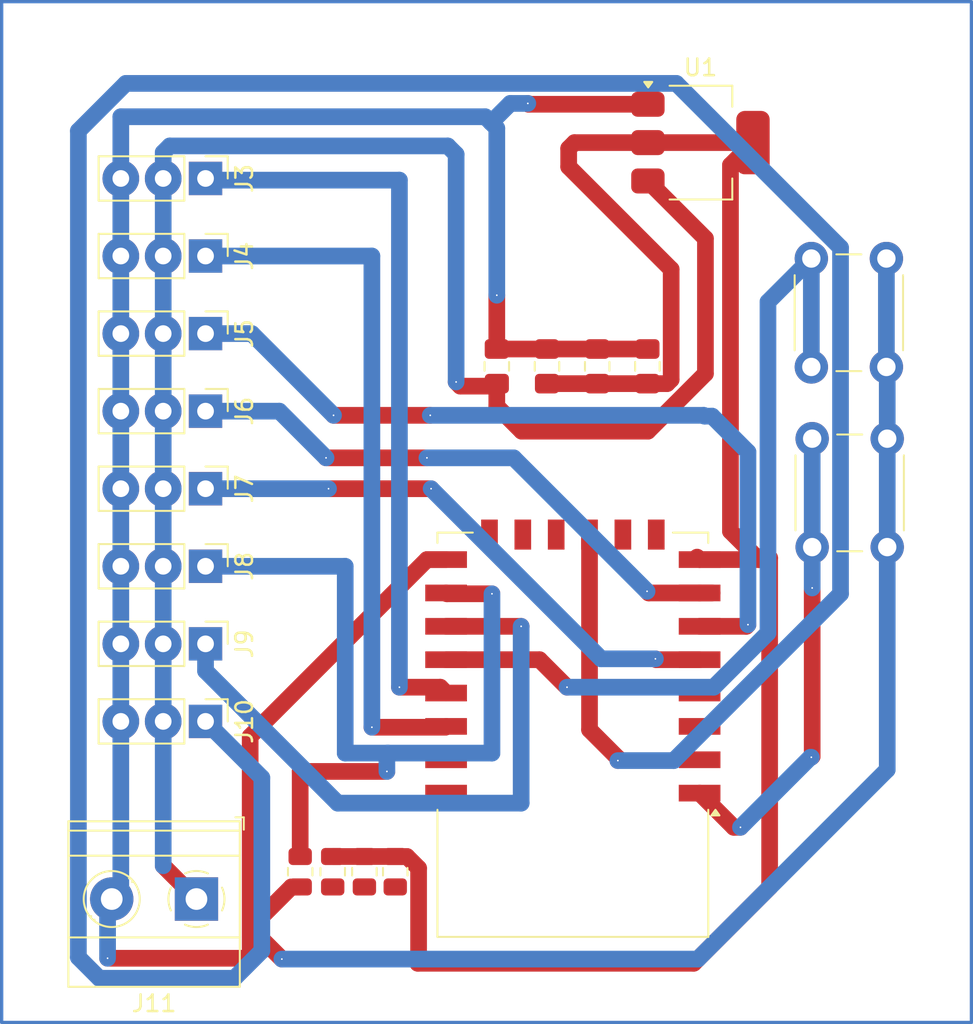
<source format=kicad_pcb>
(kicad_pcb (version 20240108) (generator "pcbnew") (generator_version "8.0")
  (layers (0 "F.Cu" signal) (31 "B.Cu" signal) (34 "B.Paste" user) (35 "F.Paste" user) (36 "B.SilkS" user "B.Silkscreen") (37 "F.SilkS" user "F.Silkscreen") (38 "B.Mask" user) (39 "F.Mask" user) (44 "Edge.Cuts" user))
  (net 0 "")
  (net 1 "+5V")
  (net 2 "GND")
  (net 3 "+3V3")
  (net 4 "EN")
  (net 5 "RXD")
  (net 6 "TXD")
  (net 7 "GPIO4")
  (net 8 "GPIO5")
  (net 9 "GPIO12")
  (net 10 "GPIO13")
  (net 11 "GPIO14")
  (net 12 "GPIO15")
  (net 13 "GPIO2")
  (net 14 "GPIO8")
  (net 18 "nRST")
  (net 19 "GPIO0")
  (net 21 "ADC")
  (net 23 "GPIO16")
  (footprint "Resistor_SMD:R_0805_2012Metric" (layer "F.Cu") (at 83.1 104.8625 -90)
    (property "Reference" "R4" (hide yes))
    (property "Value" "10k" (hide yes))
    (fp_line (start -0.227064 0.735) (end 0.227064 0.735) (stroke (width 0.12)) (layer "F.SilkS"))
    (fp_line (start -0.227064 -0.735) (end 0.227064 -0.735) (stroke (width 0.12)) (layer "F.SilkS"))
    (pad "1" smd roundrect (at -0.9125 0 270) (size 1.025 1.4) (layers "F.Cu" "F.Paste" "F.Mask") (roundrect_rratio 0.243902) (net 12 "GPIO15"))
    (pad "2" smd roundrect (at 0.9125 0 270) (size 1.025 1.4) (layers "F.Cu" "F.Paste" "F.Mask") (roundrect_rratio 0.243902) (net 2 "GND"))
  )
  (footprint "Package_TO_SOT_SMD:SOT-223-3_TabPin2" (layer "F.Cu") (at 107.1 61.15)
    (property "Reference" "U1" (at 0 -4.5 0) (layer "F.SilkS"))
    (property "Value" "AMS1117-3.3" (hide yes))
    (fp_line (start -1.85 -3.41) (end 1.91 -3.41) (stroke (width 0.12)) (layer "F.SilkS"))
    (fp_line (start -1.85 3.41) (end 1.91 3.41) (stroke (width 0.12)) (layer "F.SilkS"))
    (fp_line (start 1.91 -3.41) (end 1.91 -2.15) (stroke (width 0.12)) (layer "F.SilkS"))
    (fp_line (start 1.91 3.41) (end 1.91 2.15) (stroke (width 0.12)) (layer "F.SilkS"))
    (fp_poly (pts (xy -3.13 -3.31) (xy -3.37 -3.64) (xy -2.89 -3.64) (xy -3.13 -3.31)) (stroke (width 0.12)) (fill solid) (layer "F.SilkS"))
    (pad "1" smd roundrect (at -3.15 -2.3) (size 2 1.5) (layers "F.Cu" "F.Paste" "F.Mask") (net 2 "GND"))
    (pad "2" smd roundrect (at -3.15 0) (size 2 1.5) (layers "F.Cu" "F.Paste" "F.Mask") (net 3 "+3V3"))
    (pad "2" smd roundrect (at 3.15 0) (size 2 3.8) (layers "F.Cu" "F.Paste" "F.Mask") (net 3 "+3V3"))
    (pad "3" smd roundrect (at -3.15 2.3) (size 2 1.5) (layers "F.Cu" "F.Paste" "F.Mask") (net 1 "+5V"))
  )
  (footprint "Connector_PinHeader_2.54mm:PinHeader_1x03_P2.54mm_Vertical" (layer "F.Cu") (at 77.425 86.55 -90)
    (property "Reference" "J8" (at 0 -2.33 90) (layer "F.SilkS"))
    (property "Value" "Conn_01x03_Socket" (hide yes))
    (fp_line (start -1.33 6.41) (end 1.33 6.41) (stroke (width 0.12)) (layer "F.SilkS"))
    (fp_line (start -1.33 1.27) (end -1.33 6.41) (stroke (width 0.12)) (layer "F.SilkS"))
    (fp_line (start -1.33 1.27) (end 1.33 1.27) (stroke (width 0.12)) (layer "F.SilkS"))
    (fp_line (start 1.33 1.27) (end 1.33 6.41) (stroke (width 0.12)) (layer "F.SilkS"))
    (fp_line (start -1.33 0) (end -1.33 -1.33) (stroke (width 0.12)) (layer "F.SilkS"))
    (fp_line (start -1.33 -1.33) (end 0 -1.33) (stroke (width 0.12)) (layer "F.SilkS"))
    (pad "1" thru_hole rect (at 0 0 270) (size 2 2) (drill 1) (layers "*.Cu" "*.Mask") (net 12 "GPIO15"))
    (pad "2" thru_hole oval (at 0 2.54 270) (size 2.2 2.2) (drill 1) (layers "*.Cu" "*.Mask") (net 1 "+5V"))
    (pad "3" thru_hole oval (at 0 5.08 270) (size 2.2 2.2) (drill 1) (layers "*.Cu" "*.Mask") (net 2 "GND"))
  )
  (footprint "Button_Switch_THT:SW_PUSH_6mm_H5mm" (layer "F.Cu") (at 113.8 85.4 90)
    (property "Reference" "SW1" (hide yes))
    (property "Value" "SW_SPST")
    (fp_line (start 5.5 -1) (end 1 -1) (stroke (width 0.12)) (layer "F.SilkS"))
    (fp_line (start -0.25 1.5) (end -0.25 3) (stroke (width 0.12)) (layer "F.SilkS"))
    (fp_line (start 6.75 3) (end 6.75 1.5) (stroke (width 0.12)) (layer "F.SilkS"))
    (fp_line (start 1 5.5) (end 5.5 5.5) (stroke (width 0.12)) (layer "F.SilkS"))
    (pad "1" thru_hole circle (at 0 0 180) (size 2 2) (drill 1.1) (layers "*.Cu" "*.Mask") (net 18 "nRST"))
    (pad "1" thru_hole circle (at 6.5 0 180) (size 2 2) (drill 1.1) (layers "*.Cu" "*.Mask") (net 18 "nRST"))
    (pad "2" thru_hole circle (at 0 4.5 180) (size 2 2) (drill 1.1) (layers "*.Cu" "*.Mask") (net 2 "GND"))
    (pad "2" thru_hole circle (at 6.5 4.5 180) (size 2 2) (drill 1.1) (layers "*.Cu" "*.Mask") (net 2 "GND"))
  )
  (footprint "Capacitor_SMD:C_0805_2012Metric_Pad1.18x1.45mm_HandSolder" (layer "F.Cu") (at 94.89 74.5625 90)
    (property "Reference" "C1" (hide yes))
    (property "Value" "10uF" (hide yes))
    (fp_line (start -0.261252 -0.735) (end 0.261252 -0.735) (stroke (width 0.12)) (layer "F.SilkS"))
    (fp_line (start -0.261252 0.735) (end 0.261252 0.735) (stroke (width 0.12)) (layer "F.SilkS"))
    (pad "1" smd roundrect (at -1.0375 0 90) (size 1.175 1.45) (layers "F.Cu" "F.Paste" "F.Mask") (roundrect_rratio 0.212766) (net 1 "+5V"))
    (pad "2" smd roundrect (at 1.0375 0 90) (size 1.175 1.45) (layers "F.Cu" "F.Paste" "F.Mask") (roundrect_rratio 0.212766) (net 2 "GND"))
  )
  (footprint "Capacitor_SMD:C_0805_2012Metric_Pad1.18x1.45mm_HandSolder" (layer "F.Cu") (at 100.91 74.5625 90)
    (property "Reference" "C4" (hide yes))
    (property "Value" "100nF" (hide yes))
    (fp_line (start -0.261252 -0.735) (end 0.261252 -0.735) (stroke (width 0.12)) (layer "F.SilkS"))
    (fp_line (start -0.261252 0.735) (end 0.261252 0.735) (stroke (width 0.12)) (layer "F.SilkS"))
    (pad "1" smd roundrect (at -1.0375 0 90) (size 1.175 1.45) (layers "F.Cu" "F.Paste" "F.Mask") (roundrect_rratio 0.212766) (net 3 "+3V3"))
    (pad "2" smd roundrect (at 1.0375 0 90) (size 1.175 1.45) (layers "F.Cu" "F.Paste" "F.Mask") (roundrect_rratio 0.212766) (net 2 "GND"))
  )
  (footprint "Connector_PinHeader_2.54mm:PinHeader_1x03_P2.54mm_Vertical" (layer "F.Cu") (at 77.425 72.6 -90)
    (property "Reference" "J5" (at 0 -2.33 90) (layer "F.SilkS"))
    (property "Value" "Conn_01x03_Socket" (hide yes))
    (fp_line (start -1.33 6.41) (end 1.33 6.41) (stroke (width 0.12)) (layer "F.SilkS"))
    (fp_line (start -1.33 1.27) (end -1.33 6.41) (stroke (width 0.12)) (layer "F.SilkS"))
    (fp_line (start -1.33 1.27) (end 1.33 1.27) (stroke (width 0.12)) (layer "F.SilkS"))
    (fp_line (start 1.33 1.27) (end 1.33 6.41) (stroke (width 0.12)) (layer "F.SilkS"))
    (fp_line (start -1.33 0) (end -1.33 -1.33) (stroke (width 0.12)) (layer "F.SilkS"))
    (fp_line (start -1.33 -1.33) (end 0 -1.33) (stroke (width 0.12)) (layer "F.SilkS"))
    (pad "1" thru_hole rect (at 0 0 270) (size 2 2) (drill 1) (layers "*.Cu" "*.Mask") (net 9 "GPIO12"))
    (pad "2" thru_hole oval (at 0 2.54 270) (size 2.2 2.2) (drill 1) (layers "*.Cu" "*.Mask") (net 1 "+5V"))
    (pad "3" thru_hole oval (at 0 5.08 270) (size 2.2 2.2) (drill 1) (layers "*.Cu" "*.Mask") (net 2 "GND"))
  )
  (footprint "Connector_PinHeader_2.54mm:PinHeader_1x03_P2.54mm_Vertical" (layer "F.Cu") (at 77.425 63.3 -90)
    (property "Reference" "J3" (at 0 -2.33 90) (layer "F.SilkS"))
    (property "Value" "Conn_01x03_Socket" (hide yes))
    (fp_line (start -1.33 6.41) (end 1.33 6.41) (stroke (width 0.12)) (layer "F.SilkS"))
    (fp_line (start -1.33 1.27) (end -1.33 6.41) (stroke (width 0.12)) (layer "F.SilkS"))
    (fp_line (start -1.33 1.27) (end 1.33 1.27) (stroke (width 0.12)) (layer "F.SilkS"))
    (fp_line (start 1.33 1.27) (end 1.33 6.41) (stroke (width 0.12)) (layer "F.SilkS"))
    (fp_line (start -1.33 0) (end -1.33 -1.33) (stroke (width 0.12)) (layer "F.SilkS"))
    (fp_line (start -1.33 -1.33) (end 0 -1.33) (stroke (width 0.12)) (layer "F.SilkS"))
    (pad "1" thru_hole rect (at 0 0 270) (size 2 2) (drill 1) (layers "*.Cu" "*.Mask") (net 7 "GPIO4"))
    (pad "2" thru_hole oval (at 0 2.54 270) (size 2.2 2.2) (drill 1) (layers "*.Cu" "*.Mask") (net 1 "+5V"))
    (pad "3" thru_hole oval (at 0 5.08 270) (size 2.2 2.2) (drill 1) (layers "*.Cu" "*.Mask") (net 2 "GND"))
  )
  (footprint "Connector_PinHeader_2.54mm:PinHeader_1x03_P2.54mm_Vertical" (layer "F.Cu") (at 77.425 77.25 -90)
    (property "Reference" "J6" (at 0 -2.33 90) (layer "F.SilkS"))
    (property "Value" "Conn_01x03_Socket" (hide yes))
    (fp_line (start -1.33 6.41) (end 1.33 6.41) (stroke (width 0.12)) (layer "F.SilkS"))
    (fp_line (start -1.33 1.27) (end -1.33 6.41) (stroke (width 0.12)) (layer "F.SilkS"))
    (fp_line (start -1.33 1.27) (end 1.33 1.27) (stroke (width 0.12)) (layer "F.SilkS"))
    (fp_line (start 1.33 1.27) (end 1.33 6.41) (stroke (width 0.12)) (layer "F.SilkS"))
    (fp_line (start -1.33 0) (end -1.33 -1.33) (stroke (width 0.12)) (layer "F.SilkS"))
    (fp_line (start -1.33 -1.33) (end 0 -1.33) (stroke (width 0.12)) (layer "F.SilkS"))
    (pad "1" thru_hole rect (at 0 0 270) (size 2 2) (drill 1) (layers "*.Cu" "*.Mask") (net 10 "GPIO13"))
    (pad "2" thru_hole oval (at 0 2.54 270) (size 2.2 2.2) (drill 1) (layers "*.Cu" "*.Mask") (net 1 "+5V"))
    (pad "3" thru_hole oval (at 0 5.08 270) (size 2.2 2.2) (drill 1) (layers "*.Cu" "*.Mask") (net 2 "GND"))
  )
  (footprint "TerminalBlock_Phoenix:TerminalBlock_Phoenix_MKDS-1,5-2-5.08_1x02_P5.08mm_Horizontal" (layer "F.Cu") (at 76.88 106.5 180)
    (property "Reference" "J11" (at 2.54 -6.26 360) (layer "F.SilkS"))
    (property "Value" "Conn_01x02_Pin")
    (fp_line (start 7.68 -5.261) (end 7.68 4.66) (stroke (width 0.12)) (layer "F.SilkS"))
    (fp_line (start 6.355 -1.069) (end 6.308 -1.023) (stroke (width 0.12)) (layer "F.SilkS"))
    (fp_line (start 6.15 -1.275) (end 6.115 -1.239) (stroke (width 0.12)) (layer "F.SilkS"))
    (fp_line (start 4.046 1.239) (end 4.011 1.274) (stroke (width 0.12)) (layer "F.SilkS"))
    (fp_line (start 3.853 1.023) (end 3.806 1.069) (stroke (width 0.12)) (layer "F.SilkS"))
    (fp_line (start -2.6 4.66) (end 7.68 4.66) (stroke (width 0.12)) (layer "F.SilkS"))
    (fp_line (start -2.6 4.1) (end 7.68 4.1) (stroke (width 0.12)) (layer "F.SilkS"))
    (fp_line (start -2.6 2.6) (end 7.68 2.6) (stroke (width 0.12)) (layer "F.SilkS"))
    (fp_line (start -2.6 -2.301) (end 7.68 -2.301) (stroke (width 0.12)) (layer "F.SilkS"))
    (fp_line (start -2.6 -5.261) (end 7.68 -5.261) (stroke (width 0.12)) (layer "F.SilkS"))
    (fp_line (start -2.6 -5.261) (end -2.6 4.66) (stroke (width 0.12)) (layer "F.SilkS"))
    (fp_line (start -2.84 4.9) (end -2.34 4.9) (stroke (width 0.12)) (layer "F.SilkS"))
    (fp_line (start -2.84 4.16) (end -2.84 4.9) (stroke (width 0.12)) (layer "F.SilkS"))
    (fp_arc (start 1.535427 -0.683042) (mid 1.680501 0.000524) (end 1.535 0.684) (stroke (width 0.12)) (layer "F.SilkS"))
    (fp_arc (start 0.683318 1.534756) (mid 0.349292 1.643288) (end 0 1.68) (stroke (width 0.12)) (layer "F.SilkS"))
    (fp_arc (start 0.028805 1.680253) (mid -0.335551 1.646659) (end -0.684 1.535) (stroke (width 0.12)) (layer "F.SilkS"))
    (fp_arc (start -0.683042 -1.535427) (mid 0.000524 -1.680501) (end 0.684 -1.535) (stroke (width 0.12)) (layer "F.SilkS"))
    (fp_arc (start -1.535427 0.683042) (mid -1.680501 -0.000524) (end -1.535 -0.684) (stroke (width 0.12)) (layer "F.SilkS"))
    (fp_circle (center 5.08 0) (end 6.76 0) (stroke (width 0.12)) (fill none) (layer "F.SilkS"))
    (pad "1" thru_hole rect (at 0 0 180) (size 2.6 2.6) (drill 1.3) (layers "*.Cu" "*.Mask") (net 1 "+5V"))
    (pad "2" thru_hole circle (at 5.08 0 180) (size 2.6 2.6) (drill 1.3) (layers "*.Cu" "*.Mask") (net 2 "GND"))
  )
  (footprint "Button_Switch_THT:SW_PUSH_6mm_H5mm" (layer "F.Cu") (at 113.75 74.6 90)
    (property "Reference" "SW2" (hide yes))
    (property "Value" "SW_SPST")
    (fp_line (start 5.5 -1) (end 1 -1) (stroke (width 0.12)) (layer "F.SilkS"))
    (fp_line (start -0.25 1.5) (end -0.25 3) (stroke (width 0.12)) (layer "F.SilkS"))
    (fp_line (start 6.75 3) (end 6.75 1.5) (stroke (width 0.12)) (layer "F.SilkS"))
    (fp_line (start 1 5.5) (end 5.5 5.5) (stroke (width 0.12)) (layer "F.SilkS"))
    (pad "1" thru_hole circle (at 0 0 180) (size 2 2) (drill 1.1) (layers "*.Cu" "*.Mask") (net 19 "GPIO0"))
    (pad "1" thru_hole circle (at 6.5 0 180) (size 2 2) (drill 1.1) (layers "*.Cu" "*.Mask") (net 19 "GPIO0"))
    (pad "2" thru_hole circle (at 0 4.5 180) (size 2 2) (drill 1.1) (layers "*.Cu" "*.Mask") (net 2 "GND"))
    (pad "2" thru_hole circle (at 6.5 4.5 180) (size 2 2) (drill 1.1) (layers "*.Cu" "*.Mask") (net 2 "GND"))
  )
  (footprint "Resistor_SMD:R_0805_2012Metric" (layer "F.Cu") (at 85.05 104.8625 -90)
    (property "Reference" "R3" (hide yes))
    (property "Value" "470" (hide yes))
    (fp_line (start -0.227064 0.735) (end 0.227064 0.735) (stroke (width 0.12)) (layer "F.SilkS"))
    (fp_line (start -0.227064 -0.735) (end 0.227064 -0.735) (stroke (width 0.12)) (layer "F.SilkS"))
    (pad "1" smd roundrect (at -0.9125 0 270) (size 1.025 1.4) (layers "F.Cu" "F.Paste" "F.Mask") (roundrect_rratio 0.243902) (net 3 "+3V3"))
    (pad "2" smd roundrect (at 0.9125 0 270) (size 1.025 1.4) (layers "F.Cu" "F.Paste" "F.Mask") (roundrect_rratio 0.243902))
  )
  (footprint "Connector_PinHeader_2.54mm:PinHeader_1x03_P2.54mm_Vertical" (layer "F.Cu") (at 77.425 91.2 -90)
    (property "Reference" "J9" (at 0 -2.33 90) (layer "F.SilkS"))
    (property "Value" "Conn_01x03_Socket" (hide yes))
    (fp_line (start -1.33 6.41) (end 1.33 6.41) (stroke (width 0.12)) (layer "F.SilkS"))
    (fp_line (start -1.33 1.27) (end -1.33 6.41) (stroke (width 0.12)) (layer "F.SilkS"))
    (fp_line (start -1.33 1.27) (end 1.33 1.27) (stroke (width 0.12)) (layer "F.SilkS"))
    (fp_line (start 1.33 1.27) (end 1.33 6.41) (stroke (width 0.12)) (layer "F.SilkS"))
    (fp_line (start -1.33 0) (end -1.33 -1.33) (stroke (width 0.12)) (layer "F.SilkS"))
    (fp_line (start -1.33 -1.33) (end 0 -1.33) (stroke (width 0.12)) (layer "F.SilkS"))
    (pad "1" thru_hole rect (at 0 0 270) (size 2 2) (drill 1) (layers "*.Cu" "*.Mask") (net 13 "GPIO2"))
    (pad "2" thru_hole oval (at 0 2.54 270) (size 2.2 2.2) (drill 1) (layers "*.Cu" "*.Mask") (net 1 "+5V"))
    (pad "3" thru_hole oval (at 0 5.08 270) (size 2.2 2.2) (drill 1) (layers "*.Cu" "*.Mask") (net 2 "GND"))
  )
  (footprint "Connector_PinHeader_2.54mm:PinHeader_1x03_P2.54mm_Vertical" (layer "F.Cu") (at 77.425 95.85 -90)
    (property "Reference" "J10" (at 0 -2.33 90) (layer "F.SilkS"))
    (property "Value" "Conn_01x03_Socket" (hide yes))
    (fp_line (start -1.33 6.41) (end 1.33 6.41) (stroke (width 0.12)) (layer "F.SilkS"))
    (fp_line (start -1.33 1.27) (end -1.33 6.41) (stroke (width 0.12)) (layer "F.SilkS"))
    (fp_line (start -1.33 1.27) (end 1.33 1.27) (stroke (width 0.12)) (layer "F.SilkS"))
    (fp_line (start 1.33 1.27) (end 1.33 6.41) (stroke (width 0.12)) (layer "F.SilkS"))
    (fp_line (start -1.33 0) (end -1.33 -1.33) (stroke (width 0.12)) (layer "F.SilkS"))
    (fp_line (start -1.33 -1.33) (end 0 -1.33) (stroke (width 0.12)) (layer "F.SilkS"))
    (pad "1" thru_hole rect (at 0 0 270) (size 2 2) (drill 1) (layers "*.Cu" "*.Mask") (net 14 "GPIO8"))
    (pad "2" thru_hole oval (at 0 2.54 270) (size 2.2 2.2) (drill 1) (layers "*.Cu" "*.Mask") (net 1 "+5V"))
    (pad "3" thru_hole oval (at 0 5.08 270) (size 2.2 2.2) (drill 1) (layers "*.Cu" "*.Mask") (net 2 "GND"))
  )
  (footprint "Capacitor_SMD:C_0805_2012Metric_Pad1.18x1.45mm_HandSolder" (layer "F.Cu") (at 97.9 74.5625 90)
    (property "Reference" "C3" (hide yes))
    (property "Value" "4.7uF" (hide yes))
    (fp_line (start -0.261252 -0.735) (end 0.261252 -0.735) (stroke (width 0.12)) (layer "F.SilkS"))
    (fp_line (start -0.261252 0.735) (end 0.261252 0.735) (stroke (width 0.12)) (layer "F.SilkS"))
    (pad "1" smd roundrect (at -1.0375 0 90) (size 1.175 1.45) (layers "F.Cu" "F.Paste" "F.Mask") (roundrect_rratio 0.212766) (net 3 "+3V3"))
    (pad "2" smd roundrect (at 1.0375 0 90) (size 1.175 1.45) (layers "F.Cu" "F.Paste" "F.Mask") (roundrect_rratio 0.212766) (net 2 "GND"))
  )
  (footprint "RF_Module:ESP-12E" (layer "F.Cu") (at 99.45 96.65 180)
    (property "Reference" "U2" (hide yes))
    (property "Value" "ESP-12F")
    (fp_line (start 8.12 12.12) (end 6 12.12) (stroke (width 0.12)) (layer "F.SilkS"))
    (fp_line (start 8.12 11.5) (end 8.12 12.12) (stroke (width 0.12)) (layer "F.SilkS"))
    (fp_line (start 8.12 -12.12) (end 8.12 -4.5) (stroke (width 0.12)) (layer "F.SilkS"))
    (fp_line (start -6 12.12) (end -8.12 12.12) (stroke (width 0.12)) (layer "F.SilkS"))
    (fp_line (start -8.12 12.12) (end -8.12 11.5) (stroke (width 0.12)) (layer "F.SilkS"))
    (fp_line (start -8.12 -4.5) (end -8.12 -12.12) (stroke (width 0.12)) (layer "F.SilkS"))
    (fp_line (start -8.12 -12.12) (end 8.12 -12.12) (stroke (width 0.12)) (layer "F.SilkS"))
    (fp_poly (pts (xy -8.55 -4.5) (xy -8.79 -4.836) (xy -8.31 -4.836) (xy -8.55 -4.5)) (stroke (width 0.12)) (fill solid) (layer "F.SilkS"))
    (pad "1" smd rect (at -7.6 -3.5 180) (size 2.5 1) (layers "F.Cu" "F.Paste" "F.Mask") (net 18 "nRST"))
    (pad "2" smd rect (at -7.6 -1.5 180) (size 2.5 1) (layers "F.Cu" "F.Paste" "F.Mask") (net 21 "ADC"))
    (pad "3" smd rect (at -7.6 0.5 180) (size 2.5 1) (layers "F.Cu" "F.Paste" "F.Mask") (net 4 "EN"))
    (pad "4" smd rect (at -7.6 2.5 180) (size 2.5 1) (layers "F.Cu" "F.Paste" "F.Mask") (net 23 "GPIO16"))
    (pad "5" smd rect (at -7.6 4.5 180) (size 2.5 1) (layers "F.Cu" "F.Paste" "F.Mask") (net 11 "GPIO14"))
    (pad "6" smd rect (at -7.6 6.5 180) (size 2.5 1) (layers "F.Cu" "F.Paste" "F.Mask") (net 9 "GPIO12"))
    (pad "7" smd rect (at -7.6 8.5 180) (size 2.5 1) (layers "F.Cu" "F.Paste" "F.Mask") (net 10 "GPIO13"))
    (pad "8" smd rect (at -7.6 10.5 180) (size 2.5 1) (layers "F.Cu" "F.Paste" "F.Mask") (net 3 "+3V3"))
    (pad "9" smd rect (at -5 12 180) (size 1 1.8) (layers "F.Cu" "F.Paste" "F.Mask"))
    (pad "10" smd rect (at -3 12 180) (size 1 1.8) (layers "F.Cu" "F.Paste" "F.Mask"))
    (pad "11" smd rect (at -1 12 180) (size 1 1.8) (layers "F.Cu" "F.Paste" "F.Mask") (net 14 "GPIO8"))
    (pad "12" smd rect (at 1 12 180) (size 1 1.8) (layers "F.Cu" "F.Paste" "F.Mask"))
    (pad "13" smd rect (at 3 12 180) (size 1 1.8) (layers "F.Cu" "F.Paste" "F.Mask"))
    (pad "14" smd rect (at 5 12 180) (size 1 1.8) (layers "F.Cu" "F.Paste" "F.Mask"))
    (pad "15" smd rect (at 7.6 10.5 180) (size 2.5 1) (layers "F.Cu" "F.Paste" "F.Mask") (net 2 "GND"))
    (pad "16" smd rect (at 7.6 8.5 180) (size 2.5 1) (layers "F.Cu" "F.Paste" "F.Mask") (net 12 "GPIO15"))
    (pad "17" smd rect (at 7.6 6.5 180) (size 2.5 1) (layers "F.Cu" "F.Paste" "F.Mask") (net 13 "GPIO2"))
    (pad "18" smd rect (at 7.6 4.5 180) (size 2.5 1) (layers "F.Cu" "F.Paste" "F.Mask") (net 19 "GPIO0"))
    (pad "19" smd rect (at 7.6 2.5 180) (size 2.5 1) (layers "F.Cu" "F.Paste" "F.Mask") (net 7 "GPIO4"))
    (pad "20" smd rect (at 7.6 0.5 180) (size 2.5 1) (layers "F.Cu" "F.Paste" "F.Mask") (net 8 "GPIO5"))
    (pad "21" smd rect (at 7.6 -1.5 180) (size 2.5 1) (layers "F.Cu" "F.Paste" "F.Mask") (net 5 "RXD"))
    (pad "22" smd rect (at 7.6 -3.5 180) (size 2.5 1) (layers "F.Cu" "F.Paste" "F.Mask") (net 6 "TXD"))
  )
  (footprint "Capacitor_SMD:C_0805_2012Metric_Pad1.18x1.45mm_HandSolder" (layer "F.Cu") (at 103.92 74.5625 90)
    (property "Reference" "C5" (hide yes))
    (property "Value" "10nF" (hide yes))
    (fp_line (start -0.261252 -0.735) (end 0.261252 -0.735) (stroke (width 0.12)) (layer "F.SilkS"))
    (fp_line (start -0.261252 0.735) (end 0.261252 0.735) (stroke (width 0.12)) (layer "F.SilkS"))
    (pad "1" smd roundrect (at -1.0375 0 90) (size 1.175 1.45) (layers "F.Cu" "F.Paste" "F.Mask") (roundrect_rratio 0.212766) (net 3 "+3V3"))
    (pad "2" smd roundrect (at 1.0375 0 90) (size 1.175 1.45) (layers "F.Cu" "F.Paste" "F.Mask") (roundrect_rratio 0.212766) (net 2 "GND"))
  )
  (footprint "Resistor_SMD:R_0805_2012Metric" (layer "F.Cu") (at 86.95 104.8625 -90)
    (property "Reference" "R2" (hide yes))
    (property "Value" "470" (hide yes))
    (fp_line (start -0.227064 0.735) (end 0.227064 0.735) (stroke (width 0.12)) (layer "F.SilkS"))
    (fp_line (start -0.227064 -0.735) (end 0.227064 -0.735) (stroke (width 0.12)) (layer "F.SilkS"))
    (pad "1" smd roundrect (at -0.9125 0 270) (size 1.025 1.4) (layers "F.Cu" "F.Paste" "F.Mask") (roundrect_rratio 0.243902) (net 3 "+3V3"))
    (pad "2" smd roundrect (at 0.9125 0 270) (size 1.025 1.4) (layers "F.Cu" "F.Paste" "F.Mask") (roundrect_rratio 0.243902))
  )
  (footprint "Resistor_SMD:R_0805_2012Metric" (layer "F.Cu") (at 88.8 104.8625 -90)
    (property "Reference" "R1" (hide yes))
    (property "Value" "10k" (hide yes))
    (fp_line (start -0.227064 0.735) (end 0.227064 0.735) (stroke (width 0.12)) (layer "F.SilkS"))
    (fp_line (start -0.227064 -0.735) (end 0.227064 -0.735) (stroke (width 0.12)) (layer "F.SilkS"))
    (pad "1" smd roundrect (at -0.9125 0 270) (size 1.025 1.4) (layers "F.Cu" "F.Paste" "F.Mask") (roundrect_rratio 0.243902) (net 3 "+3V3"))
    (pad "2" smd roundrect (at 0.9125 0 270) (size 1.025 1.4) (layers "F.Cu" "F.Paste" "F.Mask") (roundrect_rratio 0.243902))
  )
  (footprint "Connector_PinHeader_2.54mm:PinHeader_1x03_P2.54mm_Vertical" (layer "F.Cu") (at 77.425 67.95 -90)
    (property "Reference" "J4" (at 0 -2.33 90) (layer "F.SilkS"))
    (property "Value" "Conn_01x03_Socket" (hide yes))
    (fp_line (start -1.33 6.41) (end 1.33 6.41) (stroke (width 0.12)) (layer "F.SilkS"))
    (fp_line (start -1.33 1.27) (end -1.33 6.41) (stroke (width 0.12)) (layer "F.SilkS"))
    (fp_line (start -1.33 1.27) (end 1.33 1.27) (stroke (width 0.12)) (layer "F.SilkS"))
    (fp_line (start 1.33 1.27) (end 1.33 6.41) (stroke (width 0.12)) (layer "F.SilkS"))
    (fp_line (start -1.33 0) (end -1.33 -1.33) (stroke (width 0.12)) (layer "F.SilkS"))
    (fp_line (start -1.33 -1.33) (end 0 -1.33) (stroke (width 0.12)) (layer "F.SilkS"))
    (pad "1" thru_hole rect (at 0 0 270) (size 2 2) (drill 1) (layers "*.Cu" "*.Mask") (net 8 "GPIO5"))
    (pad "2" thru_hole oval (at 0 2.54 270) (size 2.2 2.2) (drill 1) (layers "*.Cu" "*.Mask") (net 1 "+5V"))
    (pad "3" thru_hole oval (at 0 5.08 270) (size 2.2 2.2) (drill 1) (layers "*.Cu" "*.Mask") (net 2 "GND"))
  )
  (footprint "Connector_PinHeader_2.54mm:PinHeader_1x03_P2.54mm_Vertical" (layer "F.Cu") (at 77.425 81.9 -90)
    (property "Reference" "J7" (at 0 -2.33 90) (layer "F.SilkS"))
    (property "Value" "Conn_01x03_Socket" (hide yes))
    (fp_line (start -1.33 6.41) (end 1.33 6.41) (stroke (width 0.12)) (layer "F.SilkS"))
    (fp_line (start -1.33 1.27) (end -1.33 6.41) (stroke (width 0.12)) (layer "F.SilkS"))
    (fp_line (start -1.33 1.27) (end 1.33 1.27) (stroke (width 0.12)) (layer "F.SilkS"))
    (fp_line (start 1.33 1.27) (end 1.33 6.41) (stroke (width 0.12)) (layer "F.SilkS"))
    (fp_line (start -1.33 0) (end -1.33 -1.33) (stroke (width 0.12)) (layer "F.SilkS"))
    (fp_line (start -1.33 -1.33) (end 0 -1.33) (stroke (width 0.12)) (layer "F.SilkS"))
    (pad "1" thru_hole rect (at 0 0 270) (size 2 2) (drill 1) (layers "*.Cu" "*.Mask") (net 11 "GPIO14"))
    (pad "2" thru_hole oval (at 0 2.54 270) (size 2.2 2.2) (drill 1) (layers "*.Cu" "*.Mask") (net 1 "+5V"))
    (pad "3" thru_hole oval (at 0 5.08 270) (size 2.2 2.2) (drill 1) (layers "*.Cu" "*.Mask") (net 2 "GND"))
  )
  (gr_rect (start 65.2 52.7) (end 123.35 113.9) (stroke (width 0.2)) (fill none) (layer "B.Cu"))
  (segment (start 92.45 75.5) (end 92.7 75.75) (width 1) (layer "F.Cu") (net 1))
  (segment (start 92.7 75.75) (end 94.74 75.75) (width 1) (layer "F.Cu") (net 1))
  (segment (start 94.74 75.75) (end 94.89 75.6) (width 1) (layer "F.Cu") (net 1))
  (segment (start 94.89 76.96) (end 94.89 75.6) (width 1) (layer "F.Cu") (net 1))
  (segment (start 103.95 63.45) (end 107.4 66.9) (width 1) (layer "F.Cu") (net 1))
  (segment (start 107.4 75) (end 103.95 78.45) (width 1) (layer "F.Cu") (net 1))
  (segment (start 103.95 78.45) (end 96.38 78.45) (width 1) (layer "F.Cu") (net 1))
  (segment (start 107.4 66.9) (end 107.4 75) (width 1) (layer "F.Cu") (net 1))
  (segment (start 96.38 78.45) (end 94.89 76.96) (width 1) (layer "F.Cu") (net 1))
  (segment (start 74.885 104.505) (end 76.88 106.5) (width 1) (layer "F.Cu") (net 1))
  (via micro (at 92.45 75.5) (size 0.3) (drill 0.1) (layers "F.Cu" "B.Cu") (net 1))
  (segment (start 92.45 75.5) (end 92.45 61.85) (width 1) (layer "B.Cu") (net 1))
  (segment (start 74.885 67.95) (end 74.885 72.6) (width 1) (layer "B.Cu") (net 1))
  (segment (start 74.885 91.2) (end 74.885 86.55) (width 1) (layer "B.Cu") (net 1))
  (segment (start 75.279366 61.35) (end 74.885 61.744366) (width 1) (layer "B.Cu") (net 1))
  (segment (start 74.885 63.3) (end 74.885 67.95) (width 1) (layer "B.Cu") (net 1))
  (segment (start 92.45 61.85) (end 91.95 61.35) (width 1) (layer "B.Cu") (net 1))
  (segment (start 74.885 77.25) (end 74.885 72.6) (width 1) (layer "B.Cu") (net 1))
  (segment (start 74.885 61.744366) (end 74.885 63.3) (width 1) (layer "B.Cu") (net 1))
  (segment (start 74.885 81.9) (end 74.885 86.55) (width 1) (layer "B.Cu") (net 1))
  (segment (start 74.885 95.85) (end 74.885 91.2) (width 1) (layer "B.Cu") (net 1))
  (segment (start 74.885 81.9) (end 74.885 77.25) (width 1) (layer "B.Cu") (net 1))
  (segment (start 91.95 61.35) (end 75.279366 61.35) (width 1) (layer "B.Cu") (net 1))
  (segment (start 74.885 95.85) (end 74.885 104.505) (width 1) (layer "B.Cu") (net 1))
  (segment (start 82.575 105.775) (end 80.1 108.25) (width 1) (layer "F.Cu") (net 2))
  (segment (start 94.89 73.525) (end 97.9 73.525) (width 1) (layer "F.Cu") (net 2))
  (segment (start 80.1 108.25) (end 80.1 108.75) (width 1) (layer "F.Cu") (net 2))
  (segment (start 82 110.1) (end 80.65 108.75) (width 1) (layer "F.Cu") (net 2))
  (segment (start 103.95 58.85) (end 96.8 58.85) (width 1) (layer "F.Cu") (net 2))
  (segment (start 100.91 73.525) (end 103.92 73.525) (width 1) (layer "F.Cu") (net 2))
  (segment (start 72.345 105.955) (end 71.8 106.5) (width 1) (layer "F.Cu") (net 2))
  (segment (start 80.65 108.75) (end 80.1 108.75) (width 1) (layer "F.Cu") (net 2))
  (segment (start 90.7 86.15) (end 80.1 96.75) (width 1) (layer "F.Cu") (net 2))
  (segment (start 91.85 86.15) (end 90.7 86.15) (width 1) (layer "F.Cu") (net 2))
  (segment (start 80.1 96.75) (end 80.1 108.25) (width 1) (layer "F.Cu") (net 2))
  (segment (start 96.8 58.85) (end 96.75 58.8) (width 1) (layer "F.Cu") (net 2))
  (segment (start 97.9 73.525) (end 100.91 73.525) (width 1) (layer "F.Cu") (net 2))
  (segment (start 80.1 110.05) (end 71.55 110.05) (width 1) (layer "F.Cu") (net 2))
  (segment (start 83.1 105.775) (end 82.575 105.775) (width 1) (layer "F.Cu") (net 2))
  (segment (start 80.1 108.75) (end 80.1 110.05) (width 1) (layer "F.Cu") (net 2))
  (segment (start 94.89 70.3) (end 94.89 73.525) (width 1) (layer "F.Cu") (net 2))
  (via micro (at 82 110.1) (size 0.3) (drill 0.1) (layers "F.Cu" "B.Cu") (net 2))
  (via micro (at 94.89 70.3) (size 0.3) (drill 0.1) (layers "F.Cu" "B.Cu") (net 2))
  (via micro (at 96.75 58.8) (size 0.3) (drill 0.1) (layers "F.Cu" "B.Cu") (net 2))
  (via micro (at 71.55 110.05) (size 0.3) (drill 0.1) (layers "F.Cu" "B.Cu") (net 2))
  (segment (start 72.345 77.25) (end 72.345 81.9) (width 1) (layer "B.Cu") (net 2))
  (segment (start 72.345 72.6) (end 72.345 77.25) (width 1) (layer "B.Cu") (net 2))
  (segment (start 72.345 95.85) (end 72.345 105.955) (width 1) (layer "B.Cu") (net 2))
  (segment (start 96.75 58.8) (end 95.7 58.8) (width 1) (layer "B.Cu") (net 2))
  (segment (start 118.3 78.9) (end 118.3 74.65) (width 1) (layer "B.Cu") (net 2))
  (segment (start 118.3 98.747108) (end 106.947108 110.1) (width 1) (layer "B.Cu") (net 2))
  (segment (start 72.345 81.9) (end 72.345 86.55) (width 1) (layer "B.Cu") (net 2))
  (segment (start 118.3 85.4) (end 118.3 98.747108) (width 1) (layer "B.Cu") (net 2))
  (segment (start 72.345 59.6) (end 72.345 63.3) (width 1) (layer "B.Cu") (net 2))
  (segment (start 118.3 85.4) (end 118.3 78.9) (width 1) (layer "B.Cu") (net 2))
  (segment (start 94.89 70.3) (end 94.89 60.29) (width 1) (layer "B.Cu") (net 2))
  (segment (start 71.55 106.75) (end 71.8 106.5) (width 1) (layer "B.Cu") (net 2))
  (segment (start 72.345 63.3) (end 72.345 67.95) (width 1) (layer "B.Cu") (net 2))
  (segment (start 71.55 110.05) (end 71.55 106.75) (width 1) (layer "B.Cu") (net 2))
  (segment (start 94.55 59.95) (end 94.2 59.6) (width 1) (layer "B.Cu") (net 2))
  (segment (start 118.25 74.6) (end 118.25 68.1) (width 1) (layer "B.Cu") (net 2))
  (segment (start 72.345 67.95) (end 72.345 72.6) (width 1) (layer "B.Cu") (net 2))
  (segment (start 72.345 95.85) (end 72.345 91.2) (width 1) (layer "B.Cu") (net 2))
  (segment (start 106.947108 110.1) (end 82 110.1) (width 1) (layer "B.Cu") (net 2))
  (segment (start 95.7 58.8) (end 94.55 59.95) (width 1) (layer "B.Cu") (net 2))
  (segment (start 72.345 91.2) (end 72.345 86.55) (width 1) (layer "B.Cu") (net 2))
  (segment (start 94.89 60.29) (end 94.55 59.95) (width 1) (layer "B.Cu") (net 2))
  (segment (start 94.2 59.6) (end 72.345 59.6) (width 1) (layer "B.Cu") (net 2))
  (segment (start 118.3 74.65) (end 118.25 74.6) (width 1) (layer "B.Cu") (net 2))
  (segment (start 110.6 86.15) (end 107.05 86.15) (width 1) (layer "F.Cu") (net 3))
  (segment (start 103.92 75.6) (end 100.91 75.6) (width 1) (layer "F.Cu") (net 3))
  (segment (start 108.9 62.5) (end 108.9 84.45) (width 1) (layer "F.Cu") (net 3))
  (segment (start 108.9 84.45) (end 110.6 86.15) (width 1) (layer "F.Cu") (net 3))
  (segment (start 100.91 75.6) (end 97.9 75.6) (width 1) (layer "F.Cu") (net 3))
  (segment (start 90.2 104.65) (end 90.2 110.3) (width 1) (layer "F.Cu") (net 3))
  (segment (start 88.8 103.95) (end 89.5 103.95) (width 1) (layer "F.Cu") (net 3))
  (segment (start 111.25 86.05) (end 110.7 86.05) (width 1) (layer "F.Cu") (net 3))
  (segment (start 105.345 68.745) (end 105.345 75.355) (width 1) (layer "F.Cu") (net 3))
  (segment (start 99.2 62.6) (end 105.345 68.745) (width 1) (layer "F.Cu") (net 3))
  (segment (start 90.15 110.35) (end 106.697108 110.35) (width 1) (layer "F.Cu") (net 3))
  (segment (start 89.5 103.95) (end 90.2 104.65) (width 1) (layer "F.Cu") (net 3))
  (segment (start 90.2 110.3) (end 90.15 110.35) (width 1) (layer "F.Cu") (net 3))
  (segment (start 99.2 61.5) (end 99.2 62.6) (width 1) (layer "F.Cu") (net 3))
  (segment (start 103.95 61.15) (end 110.25 61.15) (width 1) (layer "F.Cu") (net 3))
  (segment (start 111.25 105.797108) (end 111.25 86.05) (width 1) (layer "F.Cu") (net 3))
  (segment (start 99.55 61.15) (end 99.2 61.5) (width 1) (layer "F.Cu") (net 3))
  (segment (start 103.95 61.15) (end 99.55 61.15) (width 1) (layer "F.Cu") (net 3))
  (segment (start 105.1 75.6) (end 103.92 75.6) (width 1) (layer "F.Cu") (net 3))
  (segment (start 106.697108 110.35) (end 111.25 105.797108) (width 1) (layer "F.Cu") (net 3))
  (segment (start 110.7 86.05) (end 110.6 86.15) (width 1) (layer "F.Cu") (net 3))
  (segment (start 106.9 86) (end 107.05 86.15) (width 1) (layer "F.Cu") (net 3))
  (segment (start 85.05 103.95) (end 88.8 103.95) (width 1) (layer "F.Cu") (net 3))
  (segment (start 110.25 61.15) (end 108.9 62.5) (width 1) (layer "F.Cu") (net 3))
  (segment (start 105.345 75.355) (end 105.1 75.6) (width 1) (layer "F.Cu") (net 3))
  (segment (start 91.5 93.8) (end 91.85 94.15) (width 1) (layer "F.Cu") (net 7))
  (segment (start 89.05 93.8) (end 91.5 93.8) (width 1) (layer "F.Cu") (net 7))
  (via micro (at 89.05 93.8) (size 0.3) (drill 0.1) (layers "F.Cu" "B.Cu") (net 7))
  (segment (start 77.525 63.4) (end 77.425 63.3) (width 1) (layer "B.Cu") (net 7))
  (segment (start 89.05 63.4) (end 77.525 63.4) (width 1) (layer "B.Cu") (net 7))
  (segment (start 89.05 93.8) (end 89.05 63.4) (width 1) (layer "B.Cu") (net 7))
  (segment (start 91.8 96.2) (end 91.85 96.15) (width 1) (layer "F.Cu") (net 8))
  (segment (start 87.4 96.2) (end 91.8 96.2) (width 1) (layer "F.Cu") (net 8))
  (segment (start 77.425 67.95) (end 77.425 68.325) (width 1) (layer "F.Cu") (net 8))
  (via micro (at 87.4 96.2) (size 0.3) (drill 0.1) (layers "F.Cu" "B.Cu") (net 8))
  (segment (start 77.425 67.95) (end 87.4 67.95) (width 1) (layer "B.Cu") (net 8))
  (segment (start 87.4 67.95) (end 87.4 96.2) (width 1) (layer "B.Cu") (net 8))
  (segment (start 77.425 72.6) (end 78.2 72.6) (width 1) (layer "F.Cu") (net 9))
  (segment (start 109.85 90.15) (end 107.05 90.15) (width 1) (layer "F.Cu") (net 9))
  (segment (start 109.95 90.05) (end 109.85 90.15) (width 1) (layer "F.Cu") (net 9))
  (segment (start 85.1 77.5) (end 90.9 77.5) (width 1) (layer "F.Cu") (net 9))
  (via micro (at 85.1 77.5) (size 0.3) (drill 0.1) (layers "F.Cu" "B.Cu") (net 9))
  (via micro (at 109.95 90.05) (size 0.3) (drill 0.1) (layers "F.Cu" "B.Cu") (net 9))
  (via micro (at 90.9 77.5) (size 0.3) (drill 0.1) (layers "F.Cu" "B.Cu") (net 9))
  (segment (start 77.425 72.6) (end 80.2 72.6) (width 1) (layer "B.Cu") (net 9))
  (segment (start 109.95 90.05) (end 109.95 79.7) (width 1) (layer "B.Cu") (net 9))
  (segment (start 107.3 77.5) (end 90.9 77.5) (width 1) (layer "B.Cu") (net 9))
  (segment (start 107.8 77.55) (end 107.35 77.55) (width 1) (layer "B.Cu") (net 9))
  (segment (start 109.95 79.7) (end 107.8 77.55) (width 1) (layer "B.Cu") (net 9))
  (segment (start 80.2 72.6) (end 85.1 77.5) (width 1) (layer "B.Cu") (net 9))
  (segment (start 107.35 77.55) (end 107.3 77.5) (width 1) (layer "B.Cu") (net 9))
  (segment (start 103.9 88.05) (end 104 88.15) (width 1) (layer "F.Cu") (net 10))
  (segment (start 84.65 80.05) (end 90.7 80.05) (width 1) (layer "F.Cu") (net 10))
  (segment (start 107.05 88.15) (end 107.8 88.15) (width 1) (layer "F.Cu") (net 10))
  (segment (start 104 88.15) (end 107.05 88.15) (width 1) (layer "F.Cu") (net 10))
  (via micro (at 90.7 80.05) (size 0.3) (drill 0.1) (layers "F.Cu" "B.Cu") (net 10))
  (via micro (at 84.65 80.05) (size 0.3) (drill 0.1) (layers "F.Cu" "B.Cu") (net 10))
  (via micro (at 103.9 88.05) (size 0.3) (drill 0.1) (layers "F.Cu" "B.Cu") (net 10))
  (segment (start 95.9 80.05) (end 90.7 80.05) (width 1) (layer "B.Cu") (net 10))
  (segment (start 81.85 77.25) (end 84.65 80.05) (width 1) (layer "B.Cu") (net 10))
  (segment (start 77.425 77.25) (end 81.85 77.25) (width 1) (layer "B.Cu") (net 10))
  (segment (start 103.9 88.05) (end 95.9 80.05) (width 1) (layer "B.Cu") (net 10))
  (segment (start 104.45 92.15) (end 107.05 92.15) (width 1) (layer "F.Cu") (net 11))
  (segment (start 84.8 81.9) (end 90.95 81.9) (width 1) (layer "F.Cu") (net 11))
  (segment (start 104.4 92.1) (end 104.45 92.15) (width 1) (layer "F.Cu") (net 11))
  (via micro (at 104.4 92.1) (size 0.3) (drill 0.1) (layers "F.Cu" "B.Cu") (net 11))
  (via micro (at 84.8 81.9) (size 0.3) (drill 0.1) (layers "F.Cu" "B.Cu") (net 11))
  (via micro (at 90.95 81.9) (size 0.3) (drill 0.1) (layers "F.Cu" "B.Cu") (net 11))
  (segment (start 77.425 81.9) (end 84.8 81.9) (width 1) (layer "B.Cu") (net 11))
  (segment (start 101.15 92.1) (end 104.4 92.1) (width 1) (layer "B.Cu") (net 11))
  (segment (start 90.95 81.9) (end 101.15 92.1) (width 1) (layer "B.Cu") (net 11))
  (segment (start 91.9 88.2) (end 91.85 88.15) (width 1) (layer "F.Cu") (net 12))
  (segment (start 83.1 98.85) (end 88.3 98.85) (width 1) (layer "F.Cu") (net 12))
  (segment (start 83.1 103.95) (end 83.1 98.85) (width 1) (layer "F.Cu") (net 12))
  (segment (start 94.6 88.2) (end 91.9 88.2) (width 1) (layer "F.Cu") (net 12))
  (via micro (at 94.6 88.2) (size 0.3) (drill 0.1) (layers "F.Cu" "B.Cu") (net 12))
  (via micro (at 88.3 98.85) (size 0.3) (drill 0.1) (layers "F.Cu" "B.Cu") (net 12))
  (segment (start 88.35 97.75) (end 94.6 97.75) (width 1) (layer "B.Cu") (net 12))
  (segment (start 85.8 86.55) (end 85.8 97.75) (width 1) (layer "B.Cu") (net 12))
  (segment (start 94.6 97.75) (end 94.6 88.2) (width 1) (layer "B.Cu") (net 12))
  (segment (start 85.8 97.75) (end 88.35 97.75) (width 1) (layer "B.Cu") (net 12))
  (segment (start 88.3 98.85) (end 88.3 97.8) (width 1) (layer "B.Cu") (net 12))
  (segment (start 77.425 86.55) (end 85.8 86.55) (width 1) (layer "B.Cu") (net 12))
  (segment (start 88.3 97.8) (end 88.35 97.75) (width 1) (layer "B.Cu") (net 12))
  (segment (start 96.35 90.15) (end 91.85 90.15) (width 1) (layer "F.Cu") (net 13))
  (via micro (at 96.35 90.15) (size 0.3) (drill 0.1) (layers "F.Cu" "B.Cu") (net 13))
  (segment (start 77.425 91.2) (end 77.425 92.825) (width 1) (layer "B.Cu") (net 13))
  (segment (start 96.35 100.75) (end 96.35 90.15) (width 1) (layer "B.Cu") (net 13))
  (segment (start 77.425 92.825) (end 85.35 100.75) (width 1) (layer "B.Cu") (net 13))
  (segment (start 85.35 100.75) (end 96.35 100.75) (width 1) (layer "B.Cu") (net 13))
  (segment (start 102.15 98.2) (end 102.15 98.05) (width 1) (layer "F.Cu") (net 14))
  (segment (start 100.45 96.35) (end 100.45 84.65) (width 1) (layer "F.Cu") (net 14))
  (segment (start 102.15 98.05) (end 100.45 96.35) (width 1) (layer "F.Cu") (net 14))
  (via micro (at 102.15 98.2) (size 0.3) (drill 0.1) (layers "F.Cu" "B.Cu") (net 14))
  (segment (start 80.8 109.602944) (end 79.152944 111.25) (width 1) (layer "B.Cu") (net 14))
  (segment (start 69.8 60.447944) (end 72.647944 57.6) (width 1) (layer "B.Cu") (net 14))
  (segment (start 115.5 67.445836) (end 115.5 88.2) (width 1) (layer "B.Cu") (net 14))
  (segment (start 77.425 95.85) (end 80.8 99.225) (width 1) (layer "B.Cu") (net 14))
  (segment (start 105.654164 57.6) (end 115.5 67.445836) (width 1) (layer "B.Cu") (net 14))
  (segment (start 105.5 98.2) (end 102.15 98.2) (width 1) (layer "B.Cu") (net 14))
  (segment (start 79.152944 111.25) (end 71.052944 111.25) (width 1) (layer "B.Cu") (net 14))
  (segment (start 72.647944 57.6) (end 105.654164 57.6) (width 1) (layer "B.Cu") (net 14))
  (segment (start 69.8 109.997056) (end 69.8 60.447944) (width 1) (layer "B.Cu") (net 14))
  (segment (start 80.8 99.225) (end 80.8 109.602944) (width 1) (layer "B.Cu") (net 14))
  (segment (start 115.5 88.2) (end 105.6 98.1) (width 1) (layer "B.Cu") (net 14))
  (segment (start 105.6 98.1) (end 105.5 98.2) (width 1) (layer "B.Cu") (net 14))
  (segment (start 71.052944 111.25) (end 69.8 109.997056) (width 1) (layer "B.Cu") (net 14))
  (segment (start 109.5 102.2) (end 109.1 102.2) (width 1) (layer "F.Cu") (net 18))
  (segment (start 113.8 87.85) (end 113.8 97.95) (width 1) (layer "F.Cu") (net 18))
  (segment (start 113.8 97.95) (end 113.75 98) (width 1) (layer "F.Cu") (net 18))
  (segment (start 109.1 102.2) (end 107.05 100.15) (width 1) (layer "F.Cu") (net 18))
  (via micro (at 113.75 98) (size 0.3) (drill 0.1) (layers "F.Cu" "B.Cu") (net 18))
  (via micro (at 109.5 102.2) (size 0.3) (drill 0.1) (layers "F.Cu" "B.Cu") (net 18))
  (via micro (at 113.8 87.85) (size 0.3) (drill 0.1) (layers "F.Cu" "B.Cu") (net 18))
  (segment (start 113.8 85.4) (end 113.8 78.9) (width 1) (layer "B.Cu") (net 18))
  (segment (start 113.7 98) (end 109.5 102.2) (width 1) (layer "B.Cu") (net 18))
  (segment (start 113.75 98) (end 113.7 98) (width 1) (layer "B.Cu") (net 18))
  (segment (start 113.8 85.4) (end 113.8 87.85) (width 1) (layer "B.Cu") (net 18))
  (segment (start 99.1 93.8) (end 97.45 92.15) (width 1) (layer "F.Cu") (net 19))
  (segment (start 97.45 92.15) (end 91.85 92.15) (width 1) (layer "F.Cu") (net 19))
  (via micro (at 99.1 93.8) (size 0.3) (drill 0.1) (layers "F.Cu" "B.Cu") (net 19))
  (segment (start 107.897056 93.8) (end 99.1 93.8) (width 1) (layer "B.Cu") (net 19))
  (segment (start 111.15 70.7) (end 111.15 90.547056) (width 1) (layer "B.Cu") (net 19))
  (segment (start 113.75 68.1) (end 111.15 70.7) (width 1) (layer "B.Cu") (net 19))
  (segment (start 111.15 90.547056) (end 107.897056 93.8) (width 1) (layer "B.Cu") (net 19))
  (segment (start 113.75 74.6) (end 113.75 68.1) (width 1) (layer "B.Cu") (net 19))
)
</source>
